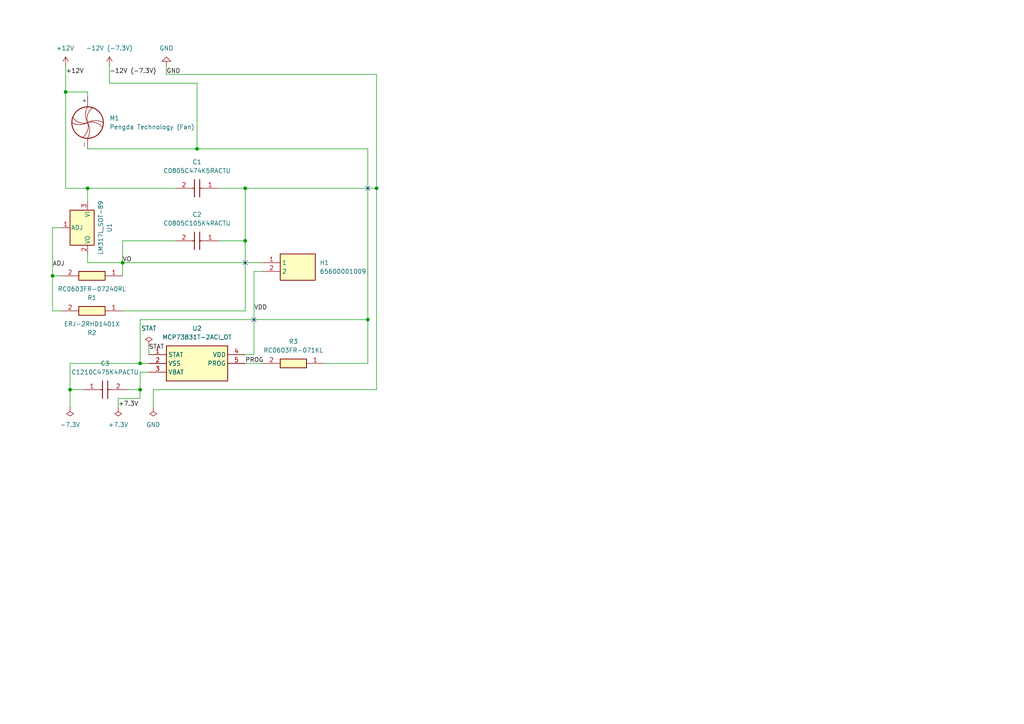
<source format=kicad_sch>
(kicad_sch (version 20231120) (generator "eeschema") (generator_version "8.0")
  (paper "A4")
  (title_block (title "Charger for LEGO® Technic (TM) Large Hub Battery: 45610") (date "2024-07-23") (rev "AIIrondev & DevOpsDavid") (company "Ekips-Prime-Pro") (comment 1 "https://github.com/Ekips-Prime-Pro") (comment 4 "1. Powersupply, 2. Spanungsregler, 3.Batterieladeregler"))
  (lib_symbols
    (symbol "0.47uF_C0805C474K5RACTU:C0805C474K5RACTU" (pin_names hide)
      (property "Reference" "C" (at 8.89 6.35 0))
      (property "Value" "C0805C474K5RACTU" (at 8.89 3.81 0))
      (symbol "C0805C474K5RACTU_1_1"
        (polyline (pts (xy 5.08 0) (xy 5.588 0)) (stroke (width 0.254)))
        (polyline (pts (xy 5.588 2.54) (xy 5.588 -2.54)) (stroke (width 0.254)))
        (polyline (pts (xy 7.112 0) (xy 7.62 0)) (stroke (width 0.254)))
        (polyline (pts (xy 7.112 2.54) (xy 7.112 -2.54)) (stroke (width 0.254)))
        (pin passive line (at 0 0 0) (length 5.08) (name "1") (number "1"))
        (pin passive line (at 12.7 0 180) (length 5.08) (name "2") (number "2"))
      )
    )
    (symbol "1.4kOhm_ERJ-2RHD1401X:ERJ-2RHD1401X" (pin_names hide)
      (property "Reference" "R" (at 13.97 6.35 0))
      (property "Value" "ERJ-2RHD1401X" (at 13.97 3.81 0))
      (symbol "ERJ-2RHD1401X_1_1"
        (rectangle (start 5.08 1.27) (end 12.7 -1.27) (stroke (width 0.254)) (fill (type background)))
        (pin passive line (at 0 0 0) (length 5.08) (name "1") (number "1"))
        (pin passive line (at 17.78 0 180) (length 5.08) (name "2") (number "2"))
      )
    )
    (symbol "1kOhm_RC0603FR-071KL:RC0603FR-071KL" (pin_names hide)
      (property "Reference" "R" (at 13.97 6.35 0))
      (property "Value" "RC0603FR-071KL" (at 13.97 3.81 0))
      (symbol "RC0603FR-071KL_1_1"
        (rectangle (start 5.08 1.27) (end 12.7 -1.27) (stroke (width 0.254)) (fill (type background)))
        (pin passive line (at 0 0 0) (length 5.08) (name "1") (number "1"))
        (pin passive line (at 17.78 0 180) (length 5.08) (name "2") (number "2"))
      )
    )
    (symbol "1uF_C0805C105K4RACTU:C0805C105K4RACTU" (pin_names hide)
      (property "Reference" "C" (at 8.89 6.35 0))
      (property "Value" "C0805C105K4RACTU" (at 8.89 3.81 0))
      (symbol "C0805C105K4RACTU_1_1"
        (polyline (pts (xy 5.08 0) (xy 5.588 0)) (stroke (width 0.254)))
        (polyline (pts (xy 5.588 2.54) (xy 5.588 -2.54)) (stroke (width 0.254)))
        (polyline (pts (xy 7.112 0) (xy 7.62 0)) (stroke (width 0.254)))
        (polyline (pts (xy 7.112 2.54) (xy 7.112 -2.54)) (stroke (width 0.254)))
        (pin passive line (at 0 0 0) (length 5.08) (name "1") (number "1"))
        (pin passive line (at 12.7 0 180) (length 5.08) (name "2") (number "2"))
      )
    )
    (symbol "240Ohm_RC0603FR-07240RL:RC0603FR-07240RL" (pin_names hide)
      (property "Reference" "R" (at 13.97 6.35 0))
      (property "Value" "RC0603FR-07240RL" (at 13.97 3.81 0))
      (symbol "RC0603FR-07240RL_1_1"
        (rectangle (start 5.08 1.27) (end 12.7 -1.27) (stroke (width 0.254)) (fill (type background)))
        (pin passive line (at 0 0 0) (length 5.08) (name "1") (number "1"))
        (pin passive line (at 17.78 0 180) (length 5.08) (name "2") (number "2"))
      )
    )
    (symbol "4.7uF_C1210C475K4PACTU:C1210C475K4PACTU" (pin_names hide)
      (property "Reference" "C" (at 8.89 6.35 0))
      (property "Value" "C1210C475K4PACTU" (at 8.89 3.81 0))
      (symbol "C1210C475K4PACTU_1_1"
        (polyline (pts (xy 5.08 0) (xy 5.588 0)) (stroke (width 0.254)))
        (polyline (pts (xy 5.588 2.54) (xy 5.588 -2.54)) (stroke (width 0.254)))
        (polyline (pts (xy 7.112 0) (xy 7.62 0)) (stroke (width 0.254)))
        (polyline (pts (xy 7.112 2.54) (xy 7.112 -2.54)) (stroke (width 0.254)))
        (pin passive line (at 0 0 0) (length 5.08) (name "1") (number "1"))
        (pin passive line (at 12.7 0 180) (length 5.08) (name "2") (number "2"))
      )
    )
    (symbol "Fuse_65600001009:65600001009"
      (property "Reference" "H" (at 16.51 7.62 0))
      (property "Value" "65600001009" (at 16.51 5.08 0))
      (symbol "65600001009_1_1"
        (rectangle (start 5.08 2.54) (end 15.24 -5.08) (stroke (width 0.254)) (fill (type background)))
        (pin passive line (at 0 0 0) (length 5.08) (name "1") (number "1"))
        (pin passive line (at 0 -2.54 0) (length 5.08) (name "2") (number "2"))
      )
    )
    (symbol "MCP_MCP73831T-2ACI_OT:MCP73831T-2ACI_OT"
      (property "Reference" "IC" (at 24.13 7.62 0))
      (property "Value" "MCP73831T-2ACI_OT" (at 24.13 5.08 0))
      (symbol "MCP73831T-2ACI_OT_1_1"
        (rectangle (start 5.08 2.54) (end 22.86 -7.62) (stroke (width 0.254)) (fill (type background)))
        (pin passive line (at 0 0 0) (length 5.08) (name "STAT") (number "1"))
        (pin passive line (at 0 -2.54 0) (length 5.08) (name "VSS") (number "2"))
        (pin passive line (at 0 -5.08 0) (length 5.08) (name "VBAT") (number "3"))
        (pin passive line (at 27.94 0 180) (length 5.08) (name "VDD") (number "4"))
        (pin passive line (at 27.94 -2.54 180) (length 5.08) (name "PROG") (number "5"))
      )
    )
    (symbol "Motor:Fan_ALT" (pin_numbers hide) (pin_names (offset 0))
      (property "Reference" "M" (at 3.81 5.08 0))
      (property "Value" "Fan_ALT" (at 3.81 2.54 0))
      (symbol "Fan_ALT_0_1"
        (arc (start -4.572 0) (mid -2.286 -0.5988) (end 0 0))
        (arc (start -4.318 1.524) (mid -2.4153 0.0291) (end 0 0))
        (arc (start -1.524 -4.318) (mid -0.0291 -2.4153) (end 0 0))
        (arc (start 0 -4.572) (mid 0.5988 -2.286) (end 0 0))
        (polyline (pts (xy 0 -5.08) (xy 0 -4.572)))
        (polyline (pts (xy 0 4.572) (xy 0 5.08)))
        (circle (center 0 0) (radius 4.572) (stroke (width 0.254)))
        (arc (start 0 4.572) (mid -0.5988 2.286) (end 0 0))
        (arc (start 1.524 4.318) (mid 0.0291 2.4153) (end 0 0))
        (arc (start 4.318 -1.524) (mid 2.4153 -0.0291) (end 0 0))
        (arc (start 4.572 0) (mid 2.286 0.5988) (end 0 0))
      )
      (symbol "Fan_ALT_1_1"
        (pin passive line (at 0 7.62 270) (length 2.54) (name "+") (number "1"))
        (pin passive line (at 0 -7.62 90) (length 2.54) (name "-") (number "2"))
      )
    )
    (symbol "Regulator_Linear:LM317L_SOT-89" (pin_names (offset 0.254))
      (property "Reference" "U" (at -3.81 3.175 0))
      (property "Value" "LM317L_SOT-89" (at 0 3.175 0))
      (symbol "LM317L_SOT-89_0_1"
        (rectangle (start -5.08 1.905) (end 5.08 -5.08) (stroke (width 0.254)) (fill (type background)))
      )
      (symbol "LM317L_SOT-89_1_1"
        (pin input line (at 0 -7.62 90) (length 2.54) (name "ADJ") (number "1"))
        (pin power_out line (at 7.62 0 180) (length 2.54) (name "VO") (number "2"))
        (pin power_in line (at -7.62 0 0) (length 2.54) (name "VI") (number "3"))
      )
    )
    (symbol "power:GND" (power) (pin_numbers hide) (pin_names (offset 0) hide)
      (property "Value" "GND" (at 0 -3.81 0))
      (symbol "GND_0_1"
        (polyline (pts (xy 0 0) (xy 0 -1.27) (xy 1.27 -1.27) (xy 0 -2.54) (xy -1.27 -1.27) (xy 0 -1.27)))
      )
      (symbol "GND_1_1"
        (pin power_in line (at 0 0 270) (length 0) (name "~") (number "1"))
      )
    )
    (symbol "power:PWR_FLAG" (power) (pin_numbers hide) (pin_names (offset 0) hide)
      (property "Value" "PWR_FLAG" (at 0 3.81 0))
      (symbol "PWR_FLAG_0_0"
        (pin power_out line (at 0 0 90) (length 0) (name "~") (number "1"))
      )
      (symbol "PWR_FLAG_0_1"
        (polyline (pts (xy 0 0) (xy 0 1.27) (xy -1.016 1.905) (xy 0 2.54) (xy 1.016 1.905) (xy 0 1.27)))
      )
    )
    (symbol "power:VDC" (power) (pin_numbers hide) (pin_names (offset 0) hide)
      (property "Value" "VDC" (at 0 3.556 0))
      (symbol "VDC_0_1"
        (polyline (pts (xy -0.762 1.27) (xy 0 2.54)))
        (polyline (pts (xy 0 0) (xy 0 2.54)))
        (polyline (pts (xy 0 2.54) (xy 0.762 1.27)))
      )
      (symbol "VDC_1_1"
        (pin power_in line (at 0 0 90) (length 0) (name "~") (number "1"))
      )
    )
  )
  (junction (at 40.64 105.41))
  (junction (at 71.12 54.61))
  (junction (at 15.24 80.01))
  (junction (at 20.32 113.03))
  (junction (at 106.68 92.71))
  (junction (at 19.05 26.67))
  (junction (at 71.12 69.85))
  (junction (at 40.64 113.03))
  (junction (at 35.56 76.2))
  (junction (at 25.4 54.61))
  (junction (at 57.15 43.18))
  (junction (at 109.22 54.61))
  (no_connect (at 71.12 76.2))
  (no_connect (at 106.68 54.61))
  (no_connect (at 73.66 92.71))
  (wire (pts (xy 35.56 76.2) (xy 76.2 76.2)))
  (wire (pts (xy 40.64 105.41) (xy 40.64 92.71)))
  (wire (pts (xy 57.15 43.18) (xy 106.68 43.18)))
  (wire (pts (xy 73.66 78.74) (xy 73.66 102.87)))
  (wire (pts (xy 40.64 115.57) (xy 34.29 115.57)))
  (wire (pts (xy 71.12 102.87) (xy 73.66 102.87)))
  (wire (pts (xy 35.56 69.85) (xy 35.56 76.2)))
  (wire (pts (xy 20.32 118.11) (xy 20.32 113.03)))
  (wire (pts (xy 40.64 92.71) (xy 106.68 92.71)))
  (wire (pts (xy 71.12 54.61) (xy 109.22 54.61)))
  (wire (pts (xy 25.4 43.18) (xy 57.15 43.18)))
  (wire (pts (xy 25.4 54.61) (xy 19.05 54.61)))
  (wire (pts (xy 35.56 90.17) (xy 71.12 90.17)))
  (wire (pts (xy 20.32 113.03) (xy 24.13 113.03)))
  (wire (pts (xy 63.5 69.85) (xy 71.12 69.85)))
  (wire (pts (xy 109.22 21.59) (xy 109.22 54.61)))
  (wire (pts (xy 93.98 105.41) (xy 106.68 105.41)))
  (wire (pts (xy 106.68 92.71) (xy 106.68 105.41)))
  (wire (pts (xy 25.4 26.67) (xy 19.05 26.67)))
  (wire (pts (xy 25.4 54.61) (xy 50.8 54.61)))
  (wire (pts (xy 57.15 24.13) (xy 57.15 43.18)))
  (wire (pts (xy 25.4 73.66) (xy 25.4 76.2)))
  (wire (pts (xy 63.5 54.61) (xy 71.12 54.61)))
  (wire (pts (xy 20.32 105.41) (xy 40.64 105.41)))
  (wire (pts (xy 15.24 80.01) (xy 15.24 90.17)))
  (wire (pts (xy 31.75 24.13) (xy 31.75 19.05)))
  (wire (pts (xy 25.4 26.67) (xy 25.4 27.94)))
  (wire (pts (xy 50.8 69.85) (xy 35.56 69.85)))
  (wire (pts (xy 71.12 69.85) (xy 71.12 90.17)))
  (wire (pts (xy 35.56 76.2) (xy 35.56 80.01)))
  (wire (pts (xy 40.64 107.95) (xy 40.64 113.03)))
  (wire (pts (xy 15.24 90.17) (xy 17.78 90.17)))
  (wire (pts (xy 15.24 66.04) (xy 15.24 80.01)))
  (wire (pts (xy 71.12 54.61) (xy 71.12 69.85)))
  (wire (pts (xy 106.68 43.18) (xy 106.68 92.71)))
  (wire (pts (xy 20.32 105.41) (xy 20.32 113.03)))
  (wire (pts (xy 109.22 113.03) (xy 44.45 113.03)))
  (wire (pts (xy 40.64 113.03) (xy 40.64 115.57)))
  (wire (pts (xy 109.22 54.61) (xy 109.22 113.03)))
  (wire (pts (xy 17.78 66.04) (xy 15.24 66.04)))
  (wire (pts (xy 40.64 105.41) (xy 43.18 105.41)))
  (wire (pts (xy 15.24 80.01) (xy 17.78 80.01)))
  (wire (pts (xy 57.15 24.13) (xy 31.75 24.13)))
  (wire (pts (xy 40.64 113.03) (xy 36.83 113.03)))
  (wire (pts (xy 44.45 113.03) (xy 44.45 118.11)))
  (wire (pts (xy 40.64 107.95) (xy 43.18 107.95)))
  (wire (pts (xy 43.18 100.33) (xy 43.18 102.87)))
  (wire (pts (xy 25.4 54.61) (xy 25.4 58.42)))
  (wire (pts (xy 71.12 105.41) (xy 76.2 105.41)))
  (wire (pts (xy 48.26 21.59) (xy 48.26 19.05)))
  (wire (pts (xy 73.66 78.74) (xy 76.2 78.74)))
  (wire (pts (xy 19.05 26.67) (xy 19.05 19.05)))
  (wire (pts (xy 19.05 26.67) (xy 19.05 54.61)))
  (wire (pts (xy 25.4 76.2) (xy 35.56 76.2)))
  (wire (pts (xy 34.29 115.57) (xy 34.29 118.11)))
  (wire (pts (xy 109.22 21.59) (xy 48.26 21.59)))
  (label "PROG" (at 71.12 105.41 0))
  (label "VDD" (at 73.66 90.17 0))
  (label "STAT" (at 43.18 101.6 0))
  (label "GND" (at 48.26 21.59 0))
  (label "VO" (at 35.56 76.2 0))
  (label "+7.3V" (at 34.29 118.11 0))
  (label "+12V" (at 19.05 21.59 0))
  (label "ADJ" (at 15.24 77.47 0))
  (label "-12V (-7.3V)" (at 31.75 21.59 0))
  (symbol (lib_id "1.4kOhm_ERJ-2RHD1401X:ERJ-2RHD1401X") (at 35.56 90.17 180) (unit 1)
    (property "Reference" "R2" (at 26.67 96.52 0))
    (property "Value" "ERJ-2RHD1401X" (at 26.67 93.98 0))
    (property "Footprint" "Resistor_SMD:R_0402_1005Metric_Pad0.72x0.64mm_HandSolder" (effects (hide yes)))
    (property "Description" "PANASONIC - ERJ2RHD1401X - SMD Chip Resistor, 1.4 kohm, +/- 0.5%, 62.5 mW, 0402 [1005 Metric], Thick Film, Precision" (effects (hide yes)))
    (property "Height" "0.4" (effects (hide yes)))
    (property "Mouser Part Number" "667-ERJ-2RHD1401X" (effects (hide yes)))
    (property "Mouser Price/Stock" "https://www.mouser.co.uk/ProductDetail/Panasonic/ERJ-2RHD1401X/?qs=pfd5qewlna6909D37C4OaA%3D%3D" (effects (hide yes)))
    (property "Manufacturer_Name" "Panasonic" (effects (hide yes)))
    (property "Manufacturer_Part_Number" "ERJ-2RHD1401X" (effects (hide yes)))
  )
  (symbol (lib_id "power:VDC") (at 31.75 19.05 0) (unit 1)
    (property "Reference" "#PWR02" (effects (hide yes)))
    (property "Value" "-12V (-7.3V)" (at 24.892 13.97 0) (effects (justify left)))
    (property "Description" "Power symbol creates a global label with name \"VDC\"" (effects (hide yes)))
  )
  (symbol (lib_id "power:PWR_FLAG") (at 20.32 118.11 180) (unit 1)
    (property "Reference" "#FLG01" (effects (hide yes)))
    (property "Value" "-7.3V" (at 20.32 123.19 0))
    (property "Description" "Special symbol for telling ERC where power comes from" (effects (hide yes)))
  )
  (symbol (lib_id "power:PWR_FLAG") (at 34.29 118.11 180) (unit 1)
    (property "Reference" "#FLG02" (effects (hide yes)))
    (property "Value" "+7.3V" (at 34.29 123.19 0))
    (property "Description" "Special symbol for telling ERC where power comes from" (effects (hide yes)))
  )
  (symbol (lib_id "Motor:Fan_ALT") (at 25.4 35.56 0) (unit 1)
    (property "Reference" "M1" (at 31.75 34.2899 0) (effects (justify left)))
    (property "Value" "Pengda Technology (Fan)" (at 31.75 36.8299 0) (effects (justify left)))
    (property "Description" "Fan without PWM or tach, alternative symbol" (effects (hide yes)))
  )
  (symbol (lib_id "1kOhm_RC0603FR-071KL:RC0603FR-071KL") (at 93.98 105.41 0) (mirror y) (unit 1)
    (property "Reference" "R3" (at 85.09 99.06 0))
    (property "Value" "RC0603FR-071KL" (at 85.09 101.6 0))
    (property "Footprint" "Resistor_SMD:R_0603_1608Metric_Pad0.98x0.95mm_HandSolder" (effects (hide yes)))
    (property "Datasheet" "https://www.yageo.com/upload/media/product/productsearch/datasheet/rchip/PYu-RC_Group_51_RoHS_L_12.pdf" (effects (hide yes)))
    (property "Description" "Res Thick Film 0603 1K Ohm 1% 0.1W(1/10W) +/-100ppm/C Epoxy Pad SMD T/R" (effects (hide yes)))
    (property "Height" "0.55" (effects (hide yes)))
    (property "Mouser Part Number" "603-RC0603FR-071KL" (effects (hide yes)))
    (property "Mouser Price/Stock" "https://www.mouser.co.uk/ProductDetail/YAGEO/RC0603FR-071KL?qs=VU8sRB4EgwApHsk4rF%2F3zg%3D%3D" (effects (hide yes)))
    (property "Manufacturer_Name" "YAGEO" (effects (hide yes)))
    (property "Manufacturer_Part_Number" "RC0603FR-071KL" (effects (hide yes)))
  )
  (symbol (lib_id "4.7uF_C1210C475K4PACTU:C1210C475K4PACTU") (at 24.13 113.03 0) (unit 1)
    (property "Reference" "C3" (at 30.48 105.41 0))
    (property "Value" "C1210C475K4PACTU" (at 30.48 107.95 0))
    (property "Footprint" "Capacitor_SMD:C_1210_3225Metric_Pad1.33x2.70mm_HandSolder" (effects (hide yes)))
    (property "Datasheet" "https://content.kemet.com/datasheets/KEM_C1006_X5R_SMD.pdf" (effects (hide yes)))
    (property "Description" "SMD Comm X5R, Ceramic, 4.7 uF, 10%, 16 VDC, 40 VDC, 85C, -55C, X5R, SMD, MLCC, Temperature Stable, Class II, 10 % , 21.3 MOhms, 105 mg, 1210, 3.2mm, 2.5mm, 1.9mm, 0.5mm, 2000, 78  Weeks, 70" (effects (hide yes)))
    (property "Mouser Part Number" "80-C1210C475K4P" (effects (hide yes)))
    (property "Mouser Price/Stock" "https://www.mouser.co.uk/ProductDetail/KEMET/C1210C475K4PACTU?qs=h6iWZq5I5zzggFI3%252BZG1%2FA%3D%3D" (effects (hide yes)))
    (property "Manufacturer_Name" "KEMET" (effects (hide yes)))
    (property "Manufacturer_Part_Number" "C1210C475K4PACTU" (effects (hide yes)))
  )
  (symbol (lib_id "power:GND") (at 48.26 19.05 180) (unit 1)
    (property "Reference" "#PWR03" (effects (hide yes)))
    (property "Value" "GND" (at 48.26 13.97 0))
    (property "Description" "Power symbol creates a global label with name \"GND\" , ground" (effects (hide yes)))
  )
  (symbol (lib_id "0.47uF_C0805C474K5RACTU:C0805C474K5RACTU") (at 63.5 54.61 0) (mirror y) (unit 1)
    (property "Reference" "C1" (at 57.15 46.99 0))
    (property "Value" "C0805C474K5RACTU" (at 57.15 49.53 0))
    (property "Footprint" "Capacitor_SMD:C_0805_2012Metric_Pad1.18x1.45mm_HandSolder" (effects (hide yes)))
    (property "Datasheet" "https://content.kemet.com/datasheets/KEM_C1002_X7R_SMD.pdf" (effects (hide yes)))
    (property "Description" "SMD Comm X7R, Ceramic, 0.47 uF, 10%, 50 VDC, 125 VDC, 125C, -55C, X7R, SMD, MLCC, Temperature Stable, Class II, 2.5 % , 1.0638 GOhms, 16 mg, 0805, 2mm, 1.25mm, 1mm, 0.75mm, 0.5mm, 2500, 78  Weeks, 80" (effects (hide yes)))
    (property "Height" "1.1" (effects (hide yes)))
    (property "Mouser Part Number" "80-C0805C474K5R" (effects (hide yes)))
    (property "Mouser Price/Stock" "https://www.mouser.co.uk/ProductDetail/KEMET/C0805C474K5RACTU?qs=nLJruSqDb94g3rYuYFW2HQ%3D%3D" (effects (hide yes)))
    (property "Manufacturer_Name" "KEMET" (effects (hide yes)))
    (property "Manufacturer_Part_Number" "C0805C474K5RACTU" (effects (hide yes)))
  )
  (symbol (lib_id "1uF_C0805C105K4RACTU:C0805C105K4RACTU") (at 63.5 69.85 0) (mirror y) (unit 1)
    (property "Reference" "C2" (at 57.15 62.23 0))
    (property "Value" "C0805C105K4RACTU" (at 57.15 64.77 0))
    (property "Footprint" "Capacitor_SMD:C_0805_2012Metric_Pad1.18x1.45mm_HandSolder" (effects (hide yes)))
    (property "Datasheet" "https://content.kemet.com/datasheets/KEM_C1002_X7R_SMD.pdf" (effects (hide yes)))
    (property "Description" "SMD Comm X7R, Ceramic, 1 uF, 10%, 16 VDC, 40 VDC, 125C, -55C, X7R, SMD, MLCC, Temperature Stable, Class II, 5 % , 500 MOhms, 13 mg, 0805, 2mm, 1.25mm, 1.25mm, 0.75mm, 0.5mm, 2500, 78  Weeks, 80" (effects (hide yes)))
    (property "Height" "1.1" (effects (hide yes)))
    (property "Mouser Part Number" "80-C0805C105K4R" (effects (hide yes)))
    (property "Mouser Price/Stock" "https://www.mouser.co.uk/ProductDetail/KEMET/C0805C105K4RACTU?qs=yrVqjCObULOefkidH6lLLQ%3D%3D" (effects (hide yes)))
    (property "Manufacturer_Name" "KEMET" (effects (hide yes)))
    (property "Manufacturer_Part_Number" "C0805C105K4RACTU" (effects (hide yes)))
  )
  (symbol (lib_id "240Ohm_RC0603FR-07240RL:RC0603FR-07240RL") (at 35.56 80.01 180) (unit 1)
    (property "Reference" "R1" (at 26.67 86.36 0))
    (property "Value" "RC0603FR-07240RL" (at 26.67 83.82 0))
    (property "Footprint" "Resistor_SMD:R_0603_1608Metric_Pad0.98x0.95mm_HandSolder" (effects (hide yes)))
    (property "Datasheet" "https://www.mouser.de/datasheet/2/447/YAGEO_PYu_RC_Group_51_RoHS_L_12-3313492.pdf" (effects (hide yes)))
    (property "Description" "Res Thick Film 0603 240 Ohm 1% 0.1W(1/10W) +/-100ppm/C Epoxy Pad SMD T/R" (effects (hide yes)))
    (property "Height" "0.55" (effects (hide yes)))
    (property "Mouser Part Number" "603-RC0603FR-07240RL" (effects (hide yes)))
    (property "Manufacturer_Name" "YAGEO" (effects (hide yes)))
    (property "Manufacturer_Part_Number" "RC0603FR-07240RL" (effects (hide yes)))
  )
  (symbol (lib_id "power:PWR_FLAG") (at 44.45 118.11 180) (unit 1)
    (property "Reference" "#FLG03" (effects (hide yes)))
    (property "Value" "GND" (at 44.45 123.19 0))
    (property "Description" "Special symbol for telling ERC where power comes from" (effects (hide yes)))
  )
  (symbol (lib_id "Fuse_65600001009:65600001009") (at 76.2 76.2 0) (unit 1)
    (property "Reference" "H1" (at 92.71 76.1999 0) (effects (justify left)))
    (property "Value" "65600001009" (at 92.71 78.7399 0) (effects (justify left)))
    (property "Footprint" "Fuse_(65600001009):65600001009" (effects (hide yes)))
    (property "Datasheet" "https://www.littelfuse.com/media?resourcetype=datasheets&itemid=7143dbe7-66cc-46d0-a668-04c7d18969fc&filename=littelfuse-fuse-block-656-datasheet" (effects (hide yes)))
    (property "Description" "Molded Base PC Mount Fuse Block For 520mm Fuses" (effects (hide yes)))
    (property "Height" "12" (effects (hide yes)))
    (property "Mouser Part Number" "576-65600001009" (effects (hide yes)))
    (property "Mouser Price/Stock" "https://www.mouser.co.uk/ProductDetail/Littelfuse/65600001009?qs=jPWcQx%2F5bayV8exo4hnGjg%3D%3D" (effects (hide yes)))
    (property "Manufacturer_Name" "LITTELFUSE" (effects (hide yes)))
    (property "Manufacturer_Part_Number" "65600001009" (effects (hide yes)))
  )
  (symbol (lib_id "Regulator_Linear:LM317L_SOT-89") (at 25.4 66.04 270) (unit 1)
    (property "Reference" "U1" (at 31.75 66.04 0))
    (property "Value" "LM317L_SOT-89" (at 29.21 66.04 0))
    (property "Footprint" "Package_TO_SOT_SMD:SOT-89-3" (effects (hide yes)))
    (property "Datasheet" "http://www.ti.com/lit/ds/symlink/lm317l.pdf" (effects (hide yes)))
    (property "Description" "100mA 35V Adjustable Linear Regulator, SOT-89" (effects (hide yes)))
  )
  (symbol (lib_id "power:VDC") (at 19.05 19.05 0) (unit 1)
    (property "Reference" "#PWR01" (effects (hide yes)))
    (property "Value" "+12V" (at 16.256 13.97 0) (effects (justify left)))
    (property "Description" "Power symbol creates a global label with name \"VDC\"" (effects (hide yes)))
  )
  (symbol (lib_id "power:PWR_FLAG") (at 43.18 100.33 0) (unit 1)
    (property "Reference" "#FLG04" (effects (hide yes)))
    (property "Value" "STAT" (at 43.18 95.25 0))
    (property "Description" "Special symbol for telling ERC where power comes from" (effects (hide yes)))
  )
  (symbol (lib_id "MCP_MCP73831T-2ACI_OT:MCP73831T-2ACI_OT") (at 43.18 102.87 0) (unit 1)
    (property "Reference" "U2" (at 57.15 95.25 0))
    (property "Value" "MCP73831T-2ACI_OT" (at 57.15 97.79 0))
    (property "Footprint" "Package_TO_SOT_SMD:SOT-23-5_HandSoldering" (effects (hide yes)))
    (property "Datasheet" "http://ww1.microchip.com/downloads/en/DeviceDoc/20001984g.pdf" (effects (hide yes)))
    (property "Description" "Li-Ion Charge Controller 4.2V SOT23-5" (effects (hide yes)))
    (property "Height" "1.45" (effects (hide yes)))
    (property "Mouser Part Number" "579-MCP73831T-2ACIOT" (effects (hide yes)))
    (property "Mouser Price/Stock" "https://www.mouser.co.uk/ProductDetail/Microchip-Technology/MCP73831T-2ACI-OT?qs=yUQqVecv4qvbBQBGbHx0Mw%3D%3D" (effects (hide yes)))
    (property "Manufacturer_Name" "Microchip" (effects (hide yes)))
    (property "Manufacturer_Part_Number" "MCP73831T-2ACI/OT" (effects (hide yes)))
  )
)
</source>
